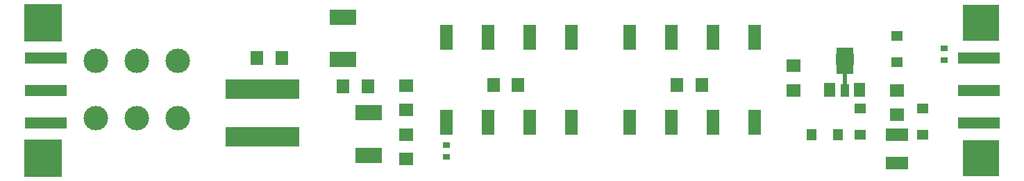
<source format=gts>
G04*
G04 #@! TF.GenerationSoftware,Altium Limited,Altium Designer,21.2.0 (30)*
G04*
G04 Layer_Color=8388736*
%FSLAX44Y44*%
%MOMM*%
G71*
G04*
G04 #@! TF.SameCoordinates,58CED176-2650-464E-8F7A-AB9BE6AF2035*
G04*
G04*
G04 #@! TF.FilePolarity,Negative*
G04*
G01*
G75*
%ADD39R,2.0320X3.1750*%
%ADD40R,0.5080X4.0640*%
%ADD41R,1.3970X1.6510*%
%ADD42R,0.5080X1.2700*%
%ADD43R,1.5000X1.7000*%
%ADD44R,1.3216X1.2016*%
%ADD45R,5.1016X1.3716*%
%ADD46R,8.9916X2.3876*%
%ADD47R,0.9000X0.8000*%
%ADD48R,3.2516X1.8816*%
%ADD49R,1.0160X1.6256*%
%ADD50R,0.8128X1.6256*%
%ADD51R,2.2606X1.3716*%
%ADD52R,1.6256X3.1496*%
%ADD53R,2.8016X1.6256*%
%ADD54R,1.2016X1.3216*%
%ADD55R,1.7000X1.5000*%
%ADD56R,5.1816X1.3716*%
%ADD57R,4.5466X4.5466*%
%ADD58C,3.0000*%
%ADD59R,4.4450X4.4450*%
D39*
X1002350Y144145D02*
D03*
D03*
D03*
D40*
Y132080D02*
D03*
D41*
X1020766Y108585D02*
D03*
X983935D02*
D03*
D42*
X1002350Y125730D02*
D03*
D43*
X574200Y114300D02*
D03*
X604200D02*
D03*
X286000Y148000D02*
D03*
X316000D02*
D03*
X391000Y113000D02*
D03*
X421000D02*
D03*
X828200Y114300D02*
D03*
X798200D02*
D03*
D44*
X1021400Y53500D02*
D03*
Y86200D02*
D03*
X1065850Y142400D02*
D03*
Y175100D02*
D03*
X1097600Y86200D02*
D03*
Y53500D02*
D03*
D45*
X1165800Y107950D02*
D03*
X28000D02*
D03*
D46*
X292750Y51394D02*
D03*
Y109814D02*
D03*
D47*
X517000Y27000D02*
D03*
Y41000D02*
D03*
X1123950Y159400D02*
D03*
Y145400D02*
D03*
D48*
X391000Y145700D02*
D03*
Y198000D02*
D03*
X422000Y28700D02*
D03*
Y81000D02*
D03*
D49*
X1002350Y107950D02*
D03*
D50*
X1021400D02*
D03*
X983300D02*
D03*
D51*
X1002350Y146050D02*
D03*
D52*
X669450Y172720D02*
D03*
X517050Y68580D02*
D03*
X567850D02*
D03*
X618650D02*
D03*
X669450D02*
D03*
X618650Y172720D02*
D03*
X567850D02*
D03*
X517050D02*
D03*
X740200Y69000D02*
D03*
X892600Y173140D02*
D03*
X740200D02*
D03*
X791000D02*
D03*
X892600Y69000D02*
D03*
X841800D02*
D03*
X791000D02*
D03*
X841800Y173140D02*
D03*
D53*
X1065850Y53340D02*
D03*
Y19050D02*
D03*
D54*
X994570Y53340D02*
D03*
X961870D02*
D03*
D55*
X1066000Y78000D02*
D03*
Y108000D02*
D03*
X940337Y137950D02*
D03*
Y107950D02*
D03*
X468000Y54000D02*
D03*
Y24000D02*
D03*
Y84000D02*
D03*
Y114000D02*
D03*
D56*
X1165800Y147950D02*
D03*
Y67950D02*
D03*
X28000Y147950D02*
D03*
Y67950D02*
D03*
D57*
X25000Y191000D02*
D03*
Y25000D02*
D03*
D58*
X89000Y144000D02*
D03*
X139000D02*
D03*
X189000D02*
D03*
Y74000D02*
D03*
X139000D02*
D03*
X89000D02*
D03*
D59*
X1169000Y25000D02*
D03*
Y191000D02*
D03*
M02*

</source>
